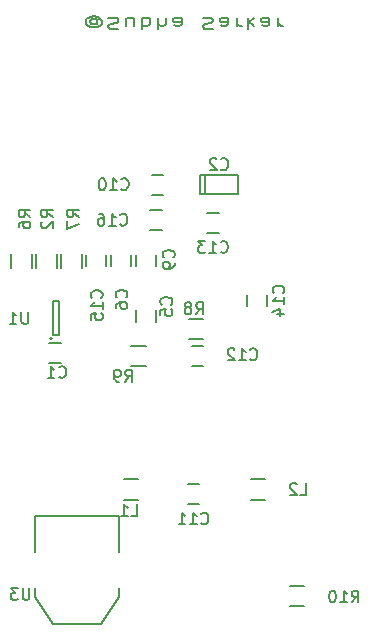
<source format=gbr>
G04 #@! TF.FileFunction,Legend,Bot*
%FSLAX46Y46*%
G04 Gerber Fmt 4.6, Leading zero omitted, Abs format (unit mm)*
G04 Created by KiCad (PCBNEW 4.0.2+dfsg1-stable) date Fri Nov  3 12:39:00 2017*
%MOMM*%
G01*
G04 APERTURE LIST*
%ADD10C,0.100000*%
%ADD11C,0.200000*%
%ADD12C,0.150000*%
G04 APERTURE END LIST*
D10*
D11*
X143114286Y-88523810D02*
X143042858Y-88571429D01*
X142900001Y-88619048D01*
X142757143Y-88619048D01*
X142614286Y-88571429D01*
X142542858Y-88523810D01*
X142471429Y-88428571D01*
X142471429Y-88333333D01*
X142542858Y-88238095D01*
X142614286Y-88190476D01*
X142757143Y-88142857D01*
X142900001Y-88142857D01*
X143042858Y-88190476D01*
X143114286Y-88238095D01*
X143114286Y-88619048D02*
X143114286Y-88238095D01*
X143185715Y-88190476D01*
X143257143Y-88190476D01*
X143400001Y-88238095D01*
X143471429Y-88333333D01*
X143471429Y-88571429D01*
X143328572Y-88714286D01*
X143114286Y-88809524D01*
X142828572Y-88857143D01*
X142542858Y-88809524D01*
X142328572Y-88714286D01*
X142185715Y-88571429D01*
X142114286Y-88380952D01*
X142185715Y-88190476D01*
X142328572Y-88047619D01*
X142542858Y-87952381D01*
X142828572Y-87904762D01*
X143114286Y-87952381D01*
X143328572Y-88047619D01*
X144042857Y-88095238D02*
X144257143Y-88047619D01*
X144614286Y-88047619D01*
X144757143Y-88095238D01*
X144828572Y-88142857D01*
X144900000Y-88238095D01*
X144900000Y-88333333D01*
X144828572Y-88428571D01*
X144757143Y-88476190D01*
X144614286Y-88523810D01*
X144328572Y-88571429D01*
X144185714Y-88619048D01*
X144114286Y-88666667D01*
X144042857Y-88761905D01*
X144042857Y-88857143D01*
X144114286Y-88952381D01*
X144185714Y-89000000D01*
X144328572Y-89047619D01*
X144685714Y-89047619D01*
X144900000Y-89000000D01*
X146185714Y-88714286D02*
X146185714Y-88047619D01*
X145542857Y-88714286D02*
X145542857Y-88190476D01*
X145614285Y-88095238D01*
X145757143Y-88047619D01*
X145971428Y-88047619D01*
X146114285Y-88095238D01*
X146185714Y-88142857D01*
X146900000Y-88047619D02*
X146900000Y-89047619D01*
X146900000Y-88666667D02*
X147042857Y-88714286D01*
X147328571Y-88714286D01*
X147471428Y-88666667D01*
X147542857Y-88619048D01*
X147614286Y-88523810D01*
X147614286Y-88238095D01*
X147542857Y-88142857D01*
X147471428Y-88095238D01*
X147328571Y-88047619D01*
X147042857Y-88047619D01*
X146900000Y-88095238D01*
X148257143Y-88047619D02*
X148257143Y-89047619D01*
X148900000Y-88047619D02*
X148900000Y-88571429D01*
X148828571Y-88666667D01*
X148685714Y-88714286D01*
X148471429Y-88714286D01*
X148328571Y-88666667D01*
X148257143Y-88619048D01*
X150257143Y-88047619D02*
X150257143Y-88571429D01*
X150185714Y-88666667D01*
X150042857Y-88714286D01*
X149757143Y-88714286D01*
X149614286Y-88666667D01*
X150257143Y-88095238D02*
X150114286Y-88047619D01*
X149757143Y-88047619D01*
X149614286Y-88095238D01*
X149542857Y-88190476D01*
X149542857Y-88285714D01*
X149614286Y-88380952D01*
X149757143Y-88428571D01*
X150114286Y-88428571D01*
X150257143Y-88476190D01*
X152042857Y-88095238D02*
X152257143Y-88047619D01*
X152614286Y-88047619D01*
X152757143Y-88095238D01*
X152828572Y-88142857D01*
X152900000Y-88238095D01*
X152900000Y-88333333D01*
X152828572Y-88428571D01*
X152757143Y-88476190D01*
X152614286Y-88523810D01*
X152328572Y-88571429D01*
X152185714Y-88619048D01*
X152114286Y-88666667D01*
X152042857Y-88761905D01*
X152042857Y-88857143D01*
X152114286Y-88952381D01*
X152185714Y-89000000D01*
X152328572Y-89047619D01*
X152685714Y-89047619D01*
X152900000Y-89000000D01*
X154185714Y-88047619D02*
X154185714Y-88571429D01*
X154114285Y-88666667D01*
X153971428Y-88714286D01*
X153685714Y-88714286D01*
X153542857Y-88666667D01*
X154185714Y-88095238D02*
X154042857Y-88047619D01*
X153685714Y-88047619D01*
X153542857Y-88095238D01*
X153471428Y-88190476D01*
X153471428Y-88285714D01*
X153542857Y-88380952D01*
X153685714Y-88428571D01*
X154042857Y-88428571D01*
X154185714Y-88476190D01*
X154900000Y-88047619D02*
X154900000Y-88714286D01*
X154900000Y-88523810D02*
X154971428Y-88619048D01*
X155042857Y-88666667D01*
X155185714Y-88714286D01*
X155328571Y-88714286D01*
X155828571Y-88047619D02*
X155828571Y-89047619D01*
X155971428Y-88428571D02*
X156399999Y-88047619D01*
X156399999Y-88714286D02*
X155828571Y-88333333D01*
X157685714Y-88047619D02*
X157685714Y-88571429D01*
X157614285Y-88666667D01*
X157471428Y-88714286D01*
X157185714Y-88714286D01*
X157042857Y-88666667D01*
X157685714Y-88095238D02*
X157542857Y-88047619D01*
X157185714Y-88047619D01*
X157042857Y-88095238D01*
X156971428Y-88190476D01*
X156971428Y-88285714D01*
X157042857Y-88380952D01*
X157185714Y-88428571D01*
X157542857Y-88428571D01*
X157685714Y-88476190D01*
X158400000Y-88047619D02*
X158400000Y-88714286D01*
X158400000Y-88523810D02*
X158471428Y-88619048D01*
X158542857Y-88666667D01*
X158685714Y-88714286D01*
X158828571Y-88714286D01*
D12*
X152257000Y-103012800D02*
X152257000Y-101387200D01*
X155000200Y-101387200D02*
X155000200Y-103012800D01*
X155000200Y-103012800D02*
X151799800Y-103012800D01*
X151799800Y-103012800D02*
X151799800Y-101387200D01*
X151799800Y-101387200D02*
X155000200Y-101387200D01*
X139050000Y-115550000D02*
X140050000Y-115550000D01*
X140050000Y-117250000D02*
X139050000Y-117250000D01*
X148050000Y-112800000D02*
X148050000Y-113800000D01*
X146350000Y-113800000D02*
X146350000Y-112800000D01*
X144250000Y-109100000D02*
X144250000Y-108100000D01*
X145950000Y-108100000D02*
X145950000Y-109100000D01*
X146350000Y-109100000D02*
X146350000Y-108100000D01*
X148050000Y-108100000D02*
X148050000Y-109100000D01*
X148700000Y-103050000D02*
X147700000Y-103050000D01*
X147700000Y-101350000D02*
X148700000Y-101350000D01*
X151750000Y-129250000D02*
X150750000Y-129250000D01*
X150750000Y-127550000D02*
X151750000Y-127550000D01*
X151100000Y-115850000D02*
X152100000Y-115850000D01*
X152100000Y-117550000D02*
X151100000Y-117550000D01*
X153400000Y-106250000D02*
X152400000Y-106250000D01*
X152400000Y-104550000D02*
X153400000Y-104550000D01*
X157450000Y-111500000D02*
X157450000Y-112500000D01*
X155750000Y-112500000D02*
X155750000Y-111500000D01*
X142150000Y-109100000D02*
X142150000Y-108100000D01*
X143850000Y-108100000D02*
X143850000Y-109100000D01*
X147600000Y-104350000D02*
X148600000Y-104350000D01*
X148600000Y-106050000D02*
X147600000Y-106050000D01*
X146550000Y-127125000D02*
X145350000Y-127125000D01*
X145350000Y-128875000D02*
X146550000Y-128875000D01*
X156100000Y-128875000D02*
X157300000Y-128875000D01*
X157300000Y-127125000D02*
X156100000Y-127125000D01*
X139675000Y-109250000D02*
X139675000Y-108050000D01*
X137925000Y-108050000D02*
X137925000Y-109250000D01*
X137575000Y-109250000D02*
X137575000Y-108050000D01*
X135825000Y-108050000D02*
X135825000Y-109250000D01*
X141775000Y-109250000D02*
X141775000Y-108050000D01*
X140025000Y-108050000D02*
X140025000Y-109250000D01*
X152100000Y-113525000D02*
X150900000Y-113525000D01*
X150900000Y-115275000D02*
X152100000Y-115275000D01*
X146000000Y-117575000D02*
X147200000Y-117575000D01*
X147200000Y-115825000D02*
X146000000Y-115825000D01*
X160650000Y-136125000D02*
X159450000Y-136125000D01*
X159450000Y-137875000D02*
X160650000Y-137875000D01*
X139300000Y-115200000D02*
G75*
G03X139300000Y-115200000I-100000J0D01*
G01*
X139850000Y-114950000D02*
X139350000Y-114950000D01*
X139850000Y-112050000D02*
X139850000Y-114950000D01*
X139350000Y-112050000D02*
X139850000Y-112050000D01*
X139350000Y-114950000D02*
X139350000Y-112050000D01*
X137844000Y-133274000D02*
X137844000Y-130226000D01*
X137844000Y-130226000D02*
X144956000Y-130226000D01*
X144956000Y-130226000D02*
X144956000Y-133274000D01*
X137844000Y-136322000D02*
X137844000Y-137084000D01*
X137844000Y-137084000D02*
X139368000Y-139370000D01*
X139368000Y-139370000D02*
X143432000Y-139370000D01*
X143432000Y-139370000D02*
X144956000Y-137084000D01*
X144956000Y-137084000D02*
X144956000Y-136322000D01*
X153566666Y-100857143D02*
X153614285Y-100904762D01*
X153757142Y-100952381D01*
X153852380Y-100952381D01*
X153995238Y-100904762D01*
X154090476Y-100809524D01*
X154138095Y-100714286D01*
X154185714Y-100523810D01*
X154185714Y-100380952D01*
X154138095Y-100190476D01*
X154090476Y-100095238D01*
X153995238Y-100000000D01*
X153852380Y-99952381D01*
X153757142Y-99952381D01*
X153614285Y-100000000D01*
X153566666Y-100047619D01*
X153185714Y-100047619D02*
X153138095Y-100000000D01*
X153042857Y-99952381D01*
X152804761Y-99952381D01*
X152709523Y-100000000D01*
X152661904Y-100047619D01*
X152614285Y-100142857D01*
X152614285Y-100238095D01*
X152661904Y-100380952D01*
X153233333Y-100952381D01*
X152614285Y-100952381D01*
X139866666Y-118457143D02*
X139914285Y-118504762D01*
X140057142Y-118552381D01*
X140152380Y-118552381D01*
X140295238Y-118504762D01*
X140390476Y-118409524D01*
X140438095Y-118314286D01*
X140485714Y-118123810D01*
X140485714Y-117980952D01*
X140438095Y-117790476D01*
X140390476Y-117695238D01*
X140295238Y-117600000D01*
X140152380Y-117552381D01*
X140057142Y-117552381D01*
X139914285Y-117600000D01*
X139866666Y-117647619D01*
X138914285Y-118552381D02*
X139485714Y-118552381D01*
X139200000Y-118552381D02*
X139200000Y-117552381D01*
X139295238Y-117695238D01*
X139390476Y-117790476D01*
X139485714Y-117838095D01*
X149357143Y-112333334D02*
X149404762Y-112285715D01*
X149452381Y-112142858D01*
X149452381Y-112047620D01*
X149404762Y-111904762D01*
X149309524Y-111809524D01*
X149214286Y-111761905D01*
X149023810Y-111714286D01*
X148880952Y-111714286D01*
X148690476Y-111761905D01*
X148595238Y-111809524D01*
X148500000Y-111904762D01*
X148452381Y-112047620D01*
X148452381Y-112142858D01*
X148500000Y-112285715D01*
X148547619Y-112333334D01*
X148452381Y-113238096D02*
X148452381Y-112761905D01*
X148928571Y-112714286D01*
X148880952Y-112761905D01*
X148833333Y-112857143D01*
X148833333Y-113095239D01*
X148880952Y-113190477D01*
X148928571Y-113238096D01*
X149023810Y-113285715D01*
X149261905Y-113285715D01*
X149357143Y-113238096D01*
X149404762Y-113190477D01*
X149452381Y-113095239D01*
X149452381Y-112857143D01*
X149404762Y-112761905D01*
X149357143Y-112714286D01*
X145557143Y-111733334D02*
X145604762Y-111685715D01*
X145652381Y-111542858D01*
X145652381Y-111447620D01*
X145604762Y-111304762D01*
X145509524Y-111209524D01*
X145414286Y-111161905D01*
X145223810Y-111114286D01*
X145080952Y-111114286D01*
X144890476Y-111161905D01*
X144795238Y-111209524D01*
X144700000Y-111304762D01*
X144652381Y-111447620D01*
X144652381Y-111542858D01*
X144700000Y-111685715D01*
X144747619Y-111733334D01*
X144652381Y-112590477D02*
X144652381Y-112400000D01*
X144700000Y-112304762D01*
X144747619Y-112257143D01*
X144890476Y-112161905D01*
X145080952Y-112114286D01*
X145461905Y-112114286D01*
X145557143Y-112161905D01*
X145604762Y-112209524D01*
X145652381Y-112304762D01*
X145652381Y-112495239D01*
X145604762Y-112590477D01*
X145557143Y-112638096D01*
X145461905Y-112685715D01*
X145223810Y-112685715D01*
X145128571Y-112638096D01*
X145080952Y-112590477D01*
X145033333Y-112495239D01*
X145033333Y-112304762D01*
X145080952Y-112209524D01*
X145128571Y-112161905D01*
X145223810Y-112114286D01*
X149557143Y-108333334D02*
X149604762Y-108285715D01*
X149652381Y-108142858D01*
X149652381Y-108047620D01*
X149604762Y-107904762D01*
X149509524Y-107809524D01*
X149414286Y-107761905D01*
X149223810Y-107714286D01*
X149080952Y-107714286D01*
X148890476Y-107761905D01*
X148795238Y-107809524D01*
X148700000Y-107904762D01*
X148652381Y-108047620D01*
X148652381Y-108142858D01*
X148700000Y-108285715D01*
X148747619Y-108333334D01*
X149652381Y-108809524D02*
X149652381Y-109000000D01*
X149604762Y-109095239D01*
X149557143Y-109142858D01*
X149414286Y-109238096D01*
X149223810Y-109285715D01*
X148842857Y-109285715D01*
X148747619Y-109238096D01*
X148700000Y-109190477D01*
X148652381Y-109095239D01*
X148652381Y-108904762D01*
X148700000Y-108809524D01*
X148747619Y-108761905D01*
X148842857Y-108714286D01*
X149080952Y-108714286D01*
X149176190Y-108761905D01*
X149223810Y-108809524D01*
X149271429Y-108904762D01*
X149271429Y-109095239D01*
X149223810Y-109190477D01*
X149176190Y-109238096D01*
X149080952Y-109285715D01*
X145142857Y-102557143D02*
X145190476Y-102604762D01*
X145333333Y-102652381D01*
X145428571Y-102652381D01*
X145571429Y-102604762D01*
X145666667Y-102509524D01*
X145714286Y-102414286D01*
X145761905Y-102223810D01*
X145761905Y-102080952D01*
X145714286Y-101890476D01*
X145666667Y-101795238D01*
X145571429Y-101700000D01*
X145428571Y-101652381D01*
X145333333Y-101652381D01*
X145190476Y-101700000D01*
X145142857Y-101747619D01*
X144190476Y-102652381D02*
X144761905Y-102652381D01*
X144476191Y-102652381D02*
X144476191Y-101652381D01*
X144571429Y-101795238D01*
X144666667Y-101890476D01*
X144761905Y-101938095D01*
X143571429Y-101652381D02*
X143476190Y-101652381D01*
X143380952Y-101700000D01*
X143333333Y-101747619D01*
X143285714Y-101842857D01*
X143238095Y-102033333D01*
X143238095Y-102271429D01*
X143285714Y-102461905D01*
X143333333Y-102557143D01*
X143380952Y-102604762D01*
X143476190Y-102652381D01*
X143571429Y-102652381D01*
X143666667Y-102604762D01*
X143714286Y-102557143D01*
X143761905Y-102461905D01*
X143809524Y-102271429D01*
X143809524Y-102033333D01*
X143761905Y-101842857D01*
X143714286Y-101747619D01*
X143666667Y-101700000D01*
X143571429Y-101652381D01*
X151892857Y-130857143D02*
X151940476Y-130904762D01*
X152083333Y-130952381D01*
X152178571Y-130952381D01*
X152321429Y-130904762D01*
X152416667Y-130809524D01*
X152464286Y-130714286D01*
X152511905Y-130523810D01*
X152511905Y-130380952D01*
X152464286Y-130190476D01*
X152416667Y-130095238D01*
X152321429Y-130000000D01*
X152178571Y-129952381D01*
X152083333Y-129952381D01*
X151940476Y-130000000D01*
X151892857Y-130047619D01*
X150940476Y-130952381D02*
X151511905Y-130952381D01*
X151226191Y-130952381D02*
X151226191Y-129952381D01*
X151321429Y-130095238D01*
X151416667Y-130190476D01*
X151511905Y-130238095D01*
X149988095Y-130952381D02*
X150559524Y-130952381D01*
X150273810Y-130952381D02*
X150273810Y-129952381D01*
X150369048Y-130095238D01*
X150464286Y-130190476D01*
X150559524Y-130238095D01*
X156042857Y-116957143D02*
X156090476Y-117004762D01*
X156233333Y-117052381D01*
X156328571Y-117052381D01*
X156471429Y-117004762D01*
X156566667Y-116909524D01*
X156614286Y-116814286D01*
X156661905Y-116623810D01*
X156661905Y-116480952D01*
X156614286Y-116290476D01*
X156566667Y-116195238D01*
X156471429Y-116100000D01*
X156328571Y-116052381D01*
X156233333Y-116052381D01*
X156090476Y-116100000D01*
X156042857Y-116147619D01*
X155090476Y-117052381D02*
X155661905Y-117052381D01*
X155376191Y-117052381D02*
X155376191Y-116052381D01*
X155471429Y-116195238D01*
X155566667Y-116290476D01*
X155661905Y-116338095D01*
X154709524Y-116147619D02*
X154661905Y-116100000D01*
X154566667Y-116052381D01*
X154328571Y-116052381D01*
X154233333Y-116100000D01*
X154185714Y-116147619D01*
X154138095Y-116242857D01*
X154138095Y-116338095D01*
X154185714Y-116480952D01*
X154757143Y-117052381D01*
X154138095Y-117052381D01*
X153542857Y-107857143D02*
X153590476Y-107904762D01*
X153733333Y-107952381D01*
X153828571Y-107952381D01*
X153971429Y-107904762D01*
X154066667Y-107809524D01*
X154114286Y-107714286D01*
X154161905Y-107523810D01*
X154161905Y-107380952D01*
X154114286Y-107190476D01*
X154066667Y-107095238D01*
X153971429Y-107000000D01*
X153828571Y-106952381D01*
X153733333Y-106952381D01*
X153590476Y-107000000D01*
X153542857Y-107047619D01*
X152590476Y-107952381D02*
X153161905Y-107952381D01*
X152876191Y-107952381D02*
X152876191Y-106952381D01*
X152971429Y-107095238D01*
X153066667Y-107190476D01*
X153161905Y-107238095D01*
X152257143Y-106952381D02*
X151638095Y-106952381D01*
X151971429Y-107333333D01*
X151828571Y-107333333D01*
X151733333Y-107380952D01*
X151685714Y-107428571D01*
X151638095Y-107523810D01*
X151638095Y-107761905D01*
X151685714Y-107857143D01*
X151733333Y-107904762D01*
X151828571Y-107952381D01*
X152114286Y-107952381D01*
X152209524Y-107904762D01*
X152257143Y-107857143D01*
X158857143Y-111357143D02*
X158904762Y-111309524D01*
X158952381Y-111166667D01*
X158952381Y-111071429D01*
X158904762Y-110928571D01*
X158809524Y-110833333D01*
X158714286Y-110785714D01*
X158523810Y-110738095D01*
X158380952Y-110738095D01*
X158190476Y-110785714D01*
X158095238Y-110833333D01*
X158000000Y-110928571D01*
X157952381Y-111071429D01*
X157952381Y-111166667D01*
X158000000Y-111309524D01*
X158047619Y-111357143D01*
X158952381Y-112309524D02*
X158952381Y-111738095D01*
X158952381Y-112023809D02*
X157952381Y-112023809D01*
X158095238Y-111928571D01*
X158190476Y-111833333D01*
X158238095Y-111738095D01*
X158285714Y-113166667D02*
X158952381Y-113166667D01*
X157904762Y-112928571D02*
X158619048Y-112690476D01*
X158619048Y-113309524D01*
X143457143Y-111757143D02*
X143504762Y-111709524D01*
X143552381Y-111566667D01*
X143552381Y-111471429D01*
X143504762Y-111328571D01*
X143409524Y-111233333D01*
X143314286Y-111185714D01*
X143123810Y-111138095D01*
X142980952Y-111138095D01*
X142790476Y-111185714D01*
X142695238Y-111233333D01*
X142600000Y-111328571D01*
X142552381Y-111471429D01*
X142552381Y-111566667D01*
X142600000Y-111709524D01*
X142647619Y-111757143D01*
X143552381Y-112709524D02*
X143552381Y-112138095D01*
X143552381Y-112423809D02*
X142552381Y-112423809D01*
X142695238Y-112328571D01*
X142790476Y-112233333D01*
X142838095Y-112138095D01*
X142552381Y-113614286D02*
X142552381Y-113138095D01*
X143028571Y-113090476D01*
X142980952Y-113138095D01*
X142933333Y-113233333D01*
X142933333Y-113471429D01*
X142980952Y-113566667D01*
X143028571Y-113614286D01*
X143123810Y-113661905D01*
X143361905Y-113661905D01*
X143457143Y-113614286D01*
X143504762Y-113566667D01*
X143552381Y-113471429D01*
X143552381Y-113233333D01*
X143504762Y-113138095D01*
X143457143Y-113090476D01*
X145042857Y-105557143D02*
X145090476Y-105604762D01*
X145233333Y-105652381D01*
X145328571Y-105652381D01*
X145471429Y-105604762D01*
X145566667Y-105509524D01*
X145614286Y-105414286D01*
X145661905Y-105223810D01*
X145661905Y-105080952D01*
X145614286Y-104890476D01*
X145566667Y-104795238D01*
X145471429Y-104700000D01*
X145328571Y-104652381D01*
X145233333Y-104652381D01*
X145090476Y-104700000D01*
X145042857Y-104747619D01*
X144090476Y-105652381D02*
X144661905Y-105652381D01*
X144376191Y-105652381D02*
X144376191Y-104652381D01*
X144471429Y-104795238D01*
X144566667Y-104890476D01*
X144661905Y-104938095D01*
X143233333Y-104652381D02*
X143423810Y-104652381D01*
X143519048Y-104700000D01*
X143566667Y-104747619D01*
X143661905Y-104890476D01*
X143709524Y-105080952D01*
X143709524Y-105461905D01*
X143661905Y-105557143D01*
X143614286Y-105604762D01*
X143519048Y-105652381D01*
X143328571Y-105652381D01*
X143233333Y-105604762D01*
X143185714Y-105557143D01*
X143138095Y-105461905D01*
X143138095Y-105223810D01*
X143185714Y-105128571D01*
X143233333Y-105080952D01*
X143328571Y-105033333D01*
X143519048Y-105033333D01*
X143614286Y-105080952D01*
X143661905Y-105128571D01*
X143709524Y-105223810D01*
X145966666Y-130252381D02*
X146442857Y-130252381D01*
X146442857Y-129252381D01*
X145109523Y-130252381D02*
X145680952Y-130252381D01*
X145395238Y-130252381D02*
X145395238Y-129252381D01*
X145490476Y-129395238D01*
X145585714Y-129490476D01*
X145680952Y-129538095D01*
X160266666Y-128452381D02*
X160742857Y-128452381D01*
X160742857Y-127452381D01*
X159980952Y-127547619D02*
X159933333Y-127500000D01*
X159838095Y-127452381D01*
X159599999Y-127452381D01*
X159504761Y-127500000D01*
X159457142Y-127547619D01*
X159409523Y-127642857D01*
X159409523Y-127738095D01*
X159457142Y-127880952D01*
X160028571Y-128452381D01*
X159409523Y-128452381D01*
X139352381Y-104933334D02*
X138876190Y-104600000D01*
X139352381Y-104361905D02*
X138352381Y-104361905D01*
X138352381Y-104742858D01*
X138400000Y-104838096D01*
X138447619Y-104885715D01*
X138542857Y-104933334D01*
X138685714Y-104933334D01*
X138780952Y-104885715D01*
X138828571Y-104838096D01*
X138876190Y-104742858D01*
X138876190Y-104361905D01*
X138447619Y-105314286D02*
X138400000Y-105361905D01*
X138352381Y-105457143D01*
X138352381Y-105695239D01*
X138400000Y-105790477D01*
X138447619Y-105838096D01*
X138542857Y-105885715D01*
X138638095Y-105885715D01*
X138780952Y-105838096D01*
X139352381Y-105266667D01*
X139352381Y-105885715D01*
X137452381Y-104933334D02*
X136976190Y-104600000D01*
X137452381Y-104361905D02*
X136452381Y-104361905D01*
X136452381Y-104742858D01*
X136500000Y-104838096D01*
X136547619Y-104885715D01*
X136642857Y-104933334D01*
X136785714Y-104933334D01*
X136880952Y-104885715D01*
X136928571Y-104838096D01*
X136976190Y-104742858D01*
X136976190Y-104361905D01*
X136452381Y-105790477D02*
X136452381Y-105600000D01*
X136500000Y-105504762D01*
X136547619Y-105457143D01*
X136690476Y-105361905D01*
X136880952Y-105314286D01*
X137261905Y-105314286D01*
X137357143Y-105361905D01*
X137404762Y-105409524D01*
X137452381Y-105504762D01*
X137452381Y-105695239D01*
X137404762Y-105790477D01*
X137357143Y-105838096D01*
X137261905Y-105885715D01*
X137023810Y-105885715D01*
X136928571Y-105838096D01*
X136880952Y-105790477D01*
X136833333Y-105695239D01*
X136833333Y-105504762D01*
X136880952Y-105409524D01*
X136928571Y-105361905D01*
X137023810Y-105314286D01*
X141552381Y-104933334D02*
X141076190Y-104600000D01*
X141552381Y-104361905D02*
X140552381Y-104361905D01*
X140552381Y-104742858D01*
X140600000Y-104838096D01*
X140647619Y-104885715D01*
X140742857Y-104933334D01*
X140885714Y-104933334D01*
X140980952Y-104885715D01*
X141028571Y-104838096D01*
X141076190Y-104742858D01*
X141076190Y-104361905D01*
X140552381Y-105266667D02*
X140552381Y-105933334D01*
X141552381Y-105504762D01*
X151466666Y-113152381D02*
X151800000Y-112676190D01*
X152038095Y-113152381D02*
X152038095Y-112152381D01*
X151657142Y-112152381D01*
X151561904Y-112200000D01*
X151514285Y-112247619D01*
X151466666Y-112342857D01*
X151466666Y-112485714D01*
X151514285Y-112580952D01*
X151561904Y-112628571D01*
X151657142Y-112676190D01*
X152038095Y-112676190D01*
X150895238Y-112580952D02*
X150990476Y-112533333D01*
X151038095Y-112485714D01*
X151085714Y-112390476D01*
X151085714Y-112342857D01*
X151038095Y-112247619D01*
X150990476Y-112200000D01*
X150895238Y-112152381D01*
X150704761Y-112152381D01*
X150609523Y-112200000D01*
X150561904Y-112247619D01*
X150514285Y-112342857D01*
X150514285Y-112390476D01*
X150561904Y-112485714D01*
X150609523Y-112533333D01*
X150704761Y-112580952D01*
X150895238Y-112580952D01*
X150990476Y-112628571D01*
X151038095Y-112676190D01*
X151085714Y-112771429D01*
X151085714Y-112961905D01*
X151038095Y-113057143D01*
X150990476Y-113104762D01*
X150895238Y-113152381D01*
X150704761Y-113152381D01*
X150609523Y-113104762D01*
X150561904Y-113057143D01*
X150514285Y-112961905D01*
X150514285Y-112771429D01*
X150561904Y-112676190D01*
X150609523Y-112628571D01*
X150704761Y-112580952D01*
X145466666Y-118852381D02*
X145800000Y-118376190D01*
X146038095Y-118852381D02*
X146038095Y-117852381D01*
X145657142Y-117852381D01*
X145561904Y-117900000D01*
X145514285Y-117947619D01*
X145466666Y-118042857D01*
X145466666Y-118185714D01*
X145514285Y-118280952D01*
X145561904Y-118328571D01*
X145657142Y-118376190D01*
X146038095Y-118376190D01*
X144990476Y-118852381D02*
X144800000Y-118852381D01*
X144704761Y-118804762D01*
X144657142Y-118757143D01*
X144561904Y-118614286D01*
X144514285Y-118423810D01*
X144514285Y-118042857D01*
X144561904Y-117947619D01*
X144609523Y-117900000D01*
X144704761Y-117852381D01*
X144895238Y-117852381D01*
X144990476Y-117900000D01*
X145038095Y-117947619D01*
X145085714Y-118042857D01*
X145085714Y-118280952D01*
X145038095Y-118376190D01*
X144990476Y-118423810D01*
X144895238Y-118471429D01*
X144704761Y-118471429D01*
X144609523Y-118423810D01*
X144561904Y-118376190D01*
X144514285Y-118280952D01*
X164642857Y-137552381D02*
X164976191Y-137076190D01*
X165214286Y-137552381D02*
X165214286Y-136552381D01*
X164833333Y-136552381D01*
X164738095Y-136600000D01*
X164690476Y-136647619D01*
X164642857Y-136742857D01*
X164642857Y-136885714D01*
X164690476Y-136980952D01*
X164738095Y-137028571D01*
X164833333Y-137076190D01*
X165214286Y-137076190D01*
X163690476Y-137552381D02*
X164261905Y-137552381D01*
X163976191Y-137552381D02*
X163976191Y-136552381D01*
X164071429Y-136695238D01*
X164166667Y-136790476D01*
X164261905Y-136838095D01*
X163071429Y-136552381D02*
X162976190Y-136552381D01*
X162880952Y-136600000D01*
X162833333Y-136647619D01*
X162785714Y-136742857D01*
X162738095Y-136933333D01*
X162738095Y-137171429D01*
X162785714Y-137361905D01*
X162833333Y-137457143D01*
X162880952Y-137504762D01*
X162976190Y-137552381D01*
X163071429Y-137552381D01*
X163166667Y-137504762D01*
X163214286Y-137457143D01*
X163261905Y-137361905D01*
X163309524Y-137171429D01*
X163309524Y-136933333D01*
X163261905Y-136742857D01*
X163214286Y-136647619D01*
X163166667Y-136600000D01*
X163071429Y-136552381D01*
X137261905Y-112952381D02*
X137261905Y-113761905D01*
X137214286Y-113857143D01*
X137166667Y-113904762D01*
X137071429Y-113952381D01*
X136880952Y-113952381D01*
X136785714Y-113904762D01*
X136738095Y-113857143D01*
X136690476Y-113761905D01*
X136690476Y-112952381D01*
X135690476Y-113952381D02*
X136261905Y-113952381D01*
X135976191Y-113952381D02*
X135976191Y-112952381D01*
X136071429Y-113095238D01*
X136166667Y-113190476D01*
X136261905Y-113238095D01*
X137361905Y-136352381D02*
X137361905Y-137161905D01*
X137314286Y-137257143D01*
X137266667Y-137304762D01*
X137171429Y-137352381D01*
X136980952Y-137352381D01*
X136885714Y-137304762D01*
X136838095Y-137257143D01*
X136790476Y-137161905D01*
X136790476Y-136352381D01*
X136409524Y-136352381D02*
X135790476Y-136352381D01*
X136123810Y-136733333D01*
X135980952Y-136733333D01*
X135885714Y-136780952D01*
X135838095Y-136828571D01*
X135790476Y-136923810D01*
X135790476Y-137161905D01*
X135838095Y-137257143D01*
X135885714Y-137304762D01*
X135980952Y-137352381D01*
X136266667Y-137352381D01*
X136361905Y-137304762D01*
X136409524Y-137257143D01*
M02*

</source>
